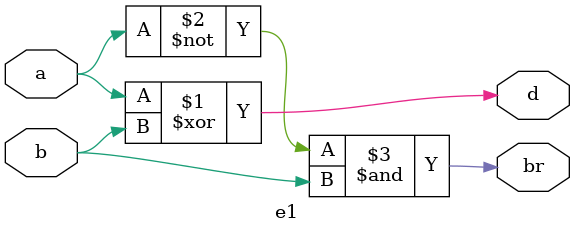
<source format=v>
module e1(a, b, d, br);
input a, b;
output d, br;

assign d  = a ^ b;
assign br = (~a) & b;

endmodule

</source>
